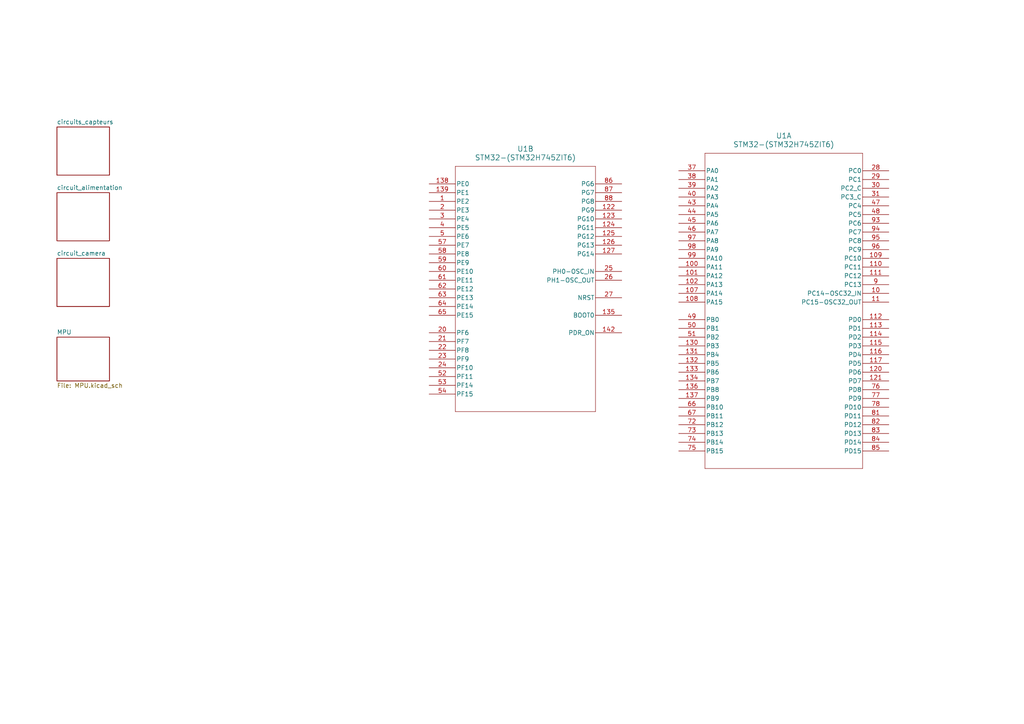
<source format=kicad_sch>
(kicad_sch (version 20230121) (generator eeschema)
  (paper "A4")
  (title_block (title "Payload") (date "2024-01-29") (rev "0") (company "GAUL"))
  (lib_symbols
    (symbol "GAUL-Symboles:STM32-(STM32H745ZIT6)" (pin_names (offset 0.254))
      (property "Reference" "U" (at 30.48 10.16 0))
      (property "Value" "STM32-(STM32H745ZIT6)" (at 30.48 7.62 0))
      (symbol "STM32-(STM32H745ZIT6)_1_1"
        (polyline (pts (xy 7.62 -86.36) (xy 53.34 -86.36)) (stroke (width 0.127)))
        (polyline (pts (xy 7.62 5.08) (xy 7.62 -86.36)) (stroke (width 0.127)))
        (polyline (pts (xy 53.34 -86.36) (xy 53.34 5.08)) (stroke (width 0.127)))
        (polyline (pts (xy 53.34 5.08) (xy 7.62 5.08)) (stroke (width 0.127)))
        (pin bidirectional line (at 60.96 -35.56 180) (length 7.62) (name "PC14-OSC32_IN") (number "10"))
        (pin bidirectional line (at 0 -27.94 0) (length 7.62) (name "PA11") (number "100"))
        (pin bidirectional line (at 0 -30.48 0) (length 7.62) (name "PA12") (number "101"))
        (pin bidirectional line (at 0 -33.02 0) (length 7.62) (name "PA13") (number "102"))
        (pin bidirectional line (at 0 -35.56 0) (length 7.62) (name "PA14") (number "107"))
        (pin bidirectional line (at 0 -38.1 0) (length 7.62) (name "PA15") (number "108"))
        (pin bidirectional line (at 60.96 -25.4 180) (length 7.62) (name "PC10") (number "109"))
        (pin bidirectional line (at 60.96 -38.1 180) (length 7.62) (name "PC15-OSC32_OUT") (number "11"))
        (pin bidirectional line (at 60.96 -27.94 180) (length 7.62) (name "PC11") (number "110"))
        (pin bidirectional line (at 60.96 -30.48 180) (length 7.62) (name "PC12") (number "111"))
        (pin bidirectional line (at 60.96 -43.18 180) (length 7.62) (name "PD0") (number "112"))
        (pin bidirectional line (at 60.96 -45.72 180) (length 7.62) (name "PD1") (number "113"))
        (pin bidirectional line (at 60.96 -48.26 180) (length 7.62) (name "PD2") (number "114"))
        (pin bidirectional line (at 60.96 -50.8 180) (length 7.62) (name "PD3") (number "115"))
        (pin bidirectional line (at 60.96 -53.34 180) (length 7.62) (name "PD4") (number "116"))
        (pin bidirectional line (at 60.96 -55.88 180) (length 7.62) (name "PD5") (number "117"))
        (pin bidirectional line (at 60.96 -58.42 180) (length 7.62) (name "PD6") (number "120"))
        (pin bidirectional line (at 60.96 -60.96 180) (length 7.62) (name "PD7") (number "121"))
        (pin bidirectional line (at 0 -50.8 0) (length 7.62) (name "PB3") (number "130"))
        (pin bidirectional line (at 0 -53.34 0) (length 7.62) (name "PB4") (number "131"))
        (pin bidirectional line (at 0 -55.88 0) (length 7.62) (name "PB5") (number "132"))
        (pin bidirectional line (at 0 -58.42 0) (length 7.62) (name "PB6") (number "133"))
        (pin bidirectional line (at 0 -60.96 0) (length 7.62) (name "PB7") (number "134"))
        (pin bidirectional line (at 0 -63.5 0) (length 7.62) (name "PB8") (number "136"))
        (pin bidirectional line (at 0 -66.04 0) (length 7.62) (name "PB9") (number "137"))
        (pin bidirectional line (at 60.96 0 180) (length 7.62) (name "PC0") (number "28"))
        (pin bidirectional line (at 60.96 -2.54 180) (length 7.62) (name "PC1") (number "29"))
        (pin bidirectional line (at 60.96 -5.08 180) (length 7.62) (name "PC2_C") (number "30"))
        (pin bidirectional line (at 60.96 -7.62 180) (length 7.62) (name "PC3_C") (number "31"))
        (pin bidirectional line (at 0 0 0) (length 7.62) (name "PA0") (number "37"))
        (pin bidirectional line (at 0 -2.54 0) (length 7.62) (name "PA1") (number "38"))
        (pin bidirectional line (at 0 -5.08 0) (length 7.62) (name "PA2") (number "39"))
        (pin bidirectional line (at 0 -7.62 0) (length 7.62) (name "PA3") (number "40"))
        (pin bidirectional line (at 0 -10.16 0) (length 7.62) (name "PA4") (number "43"))
        (pin bidirectional line (at 0 -12.7 0) (length 7.62) (name "PA5") (number "44"))
        (pin bidirectional line (at 0 -15.24 0) (length 7.62) (name "PA6") (number "45"))
        (pin bidirectional line (at 0 -17.78 0) (length 7.62) (name "PA7") (number "46"))
        (pin bidirectional line (at 60.96 -10.16 180) (length 7.62) (name "PC4") (number "47"))
        (pin bidirectional line (at 60.96 -12.7 180) (length 7.62) (name "PC5") (number "48"))
        (pin bidirectional line (at 0 -43.18 0) (length 7.62) (name "PB0") (number "49"))
        (pin bidirectional line (at 0 -45.72 0) (length 7.62) (name "PB1") (number "50"))
        (pin bidirectional line (at 0 -48.26 0) (length 7.62) (name "PB2") (number "51"))
        (pin bidirectional line (at 0 -68.58 0) (length 7.62) (name "PB10") (number "66"))
        (pin bidirectional line (at 0 -71.12 0) (length 7.62) (name "PB11") (number "67"))
        (pin bidirectional line (at 0 -73.66 0) (length 7.62) (name "PB12") (number "72"))
        (pin bidirectional line (at 0 -76.2 0) (length 7.62) (name "PB13") (number "73"))
        (pin bidirectional line (at 0 -78.74 0) (length 7.62) (name "PB14") (number "74"))
        (pin bidirectional line (at 0 -81.28 0) (length 7.62) (name "PB15") (number "75"))
        (pin bidirectional line (at 60.96 -63.5 180) (length 7.62) (name "PD8") (number "76"))
        (pin bidirectional line (at 60.96 -66.04 180) (length 7.62) (name "PD9") (number "77"))
        (pin bidirectional line (at 60.96 -68.58 180) (length 7.62) (name "PD10") (number "78"))
        (pin bidirectional line (at 60.96 -71.12 180) (length 7.62) (name "PD11") (number "81"))
        (pin bidirectional line (at 60.96 -73.66 180) (length 7.62) (name "PD12") (number "82"))
        (pin bidirectional line (at 60.96 -76.2 180) (length 7.62) (name "PD13") (number "83"))
        (pin bidirectional line (at 60.96 -78.74 180) (length 7.62) (name "PD14") (number "84"))
        (pin bidirectional line (at 60.96 -81.28 180) (length 7.62) (name "PD15") (number "85"))
        (pin bidirectional line (at 60.96 -33.02 180) (length 7.62) (name "PC13") (number "9"))
        (pin bidirectional line (at 60.96 -15.24 180) (length 7.62) (name "PC6") (number "93"))
        (pin bidirectional line (at 60.96 -17.78 180) (length 7.62) (name "PC7") (number "94"))
        (pin bidirectional line (at 60.96 -20.32 180) (length 7.62) (name "PC8") (number "95"))
        (pin bidirectional line (at 60.96 -22.86 180) (length 7.62) (name "PC9") (number "96"))
        (pin bidirectional line (at 0 -20.32 0) (length 7.62) (name "PA8") (number "97"))
        (pin bidirectional line (at 0 -22.86 0) (length 7.62) (name "PA9") (number "98"))
        (pin bidirectional line (at 0 -25.4 0) (length 7.62) (name "PA10") (number "99"))
      )
      (symbol "STM32-(STM32H745ZIT6)_2_1"
        (polyline (pts (xy 7.62 -66.04) (xy 48.26 -66.04)) (stroke (width 0.127)))
        (polyline (pts (xy 7.62 5.08) (xy 7.62 -66.04)) (stroke (width 0.127)))
        (polyline (pts (xy 48.26 -66.04) (xy 48.26 5.08)) (stroke (width 0.127)))
        (polyline (pts (xy 48.26 5.08) (xy 7.62 5.08)) (stroke (width 0.127)))
        (pin bidirectional line (at 0 -5.08 0) (length 7.62) (name "PE2") (number "1"))
        (pin bidirectional line (at 55.88 -7.62 180) (length 7.62) (name "PG9") (number "122"))
        (pin bidirectional line (at 55.88 -10.16 180) (length 7.62) (name "PG10") (number "123"))
        (pin bidirectional line (at 55.88 -12.7 180) (length 7.62) (name "PG11") (number "124"))
        (pin bidirectional line (at 55.88 -15.24 180) (length 7.62) (name "PG12") (number "125"))
        (pin bidirectional line (at 55.88 -17.78 180) (length 7.62) (name "PG13") (number "126"))
        (pin bidirectional line (at 55.88 -20.32 180) (length 7.62) (name "PG14") (number "127"))
        (pin input line (at 55.88 -38.1 180) (length 7.62) (name "BOOT0") (number "135"))
        (pin bidirectional line (at 0 0 0) (length 7.62) (name "PE0") (number "138"))
        (pin bidirectional line (at 0 -2.54 0) (length 7.62) (name "PE1") (number "139"))
        (pin bidirectional line (at 55.88 -43.18 180) (length 7.62) (name "PDR_ON") (number "142"))
        (pin bidirectional line (at 0 -7.62 0) (length 7.62) (name "PE3") (number "2"))
        (pin bidirectional line (at 0 -43.18 0) (length 7.62) (name "PF6") (number "20"))
        (pin bidirectional line (at 0 -45.72 0) (length 7.62) (name "PF7") (number "21"))
        (pin bidirectional line (at 0 -48.26 0) (length 7.62) (name "PF8") (number "22"))
        (pin bidirectional line (at 0 -50.8 0) (length 7.62) (name "PF9") (number "23"))
        (pin bidirectional line (at 0 -53.34 0) (length 7.62) (name "PF10") (number "24"))
        (pin bidirectional line (at 55.88 -25.4 180) (length 7.62) (name "PH0-OSC_IN") (number "25"))
        (pin bidirectional line (at 55.88 -27.94 180) (length 7.62) (name "PH1-OSC_OUT") (number "26"))
        (pin bidirectional line (at 55.88 -33.02 180) (length 7.62) (name "NRST") (number "27"))
        (pin bidirectional line (at 0 -10.16 0) (length 7.62) (name "PE4") (number "3"))
        (pin bidirectional line (at 0 -12.7 0) (length 7.62) (name "PE5") (number "4"))
        (pin bidirectional line (at 0 -15.24 0) (length 7.62) (name "PE6") (number "5"))
        (pin bidirectional line (at 0 -55.88 0) (length 7.62) (name "PF11") (number "52"))
        (pin bidirectional line (at 0 -58.42 0) (length 7.62) (name "PF14") (number "53"))
        (pin bidirectional line (at 0 -60.96 0) (length 7.62) (name "PF15") (number "54"))
        (pin bidirectional line (at 0 -17.78 0) (length 7.62) (name "PE7") (number "57"))
        (pin bidirectional line (at 0 -20.32 0) (length 7.62) (name "PE8") (number "58"))
        (pin bidirectional line (at 0 -22.86 0) (length 7.62) (name "PE9") (number "59"))
        (pin bidirectional line (at 0 -25.4 0) (length 7.62) (name "PE10") (number "60"))
        (pin bidirectional line (at 0 -27.94 0) (length 7.62) (name "PE11") (number "61"))
        (pin bidirectional line (at 0 -30.48 0) (length 7.62) (name "PE12") (number "62"))
        (pin bidirectional line (at 0 -33.02 0) (length 7.62) (name "PE13") (number "63"))
        (pin bidirectional line (at 0 -35.56 0) (length 7.62) (name "PE14") (number "64"))
        (pin bidirectional line (at 0 -38.1 0) (length 7.62) (name "PE15") (number "65"))
        (pin bidirectional line (at 55.88 0 180) (length 7.62) (name "PG6") (number "86"))
        (pin bidirectional line (at 55.88 -2.54 180) (length 7.62) (name "PG7") (number "87"))
        (pin bidirectional line (at 55.88 -5.08 180) (length 7.62) (name "PG8") (number "88"))
      )
      (symbol "STM32-(STM32H745ZIT6)_3_1"
        (polyline (pts (xy 7.62 -68.58) (xy 48.26 -68.58)) (stroke (width 0.127)))
        (polyline (pts (xy 7.62 5.08) (xy 7.62 -68.58)) (stroke (width 0.127)))
        (polyline (pts (xy 48.26 -68.58) (xy 48.26 5.08)) (stroke (width 0.127)))
        (polyline (pts (xy 48.26 5.08) (xy 7.62 5.08)) (stroke (width 0.127)))
        (pin power_in line (at 55.88 -60.96 180) (length 7.62) (name "VCAP") (number "103"))
        (pin power_in line (at 55.88 -22.86 180) (length 7.62) (name "VSS") (number "104"))
        (pin power_in line (at 0 -43.18 0) (length 7.62) (name "VDDLDO") (number "105"))
        (pin power_in line (at 0 -22.86 0) (length 7.62) (name "VDD") (number "106"))
        (pin power_in line (at 55.88 -25.4 180) (length 7.62) (name "VSS") (number "118"))
        (pin power_in line (at 0 -25.4 0) (length 7.62) (name "VDD") (number "119"))
        (pin power_in line (at 55.88 -2.54 180) (length 7.62) (name "VSS") (number "12"))
        (pin power_in line (at 55.88 -27.94 180) (length 7.62) (name "VSS") (number "128"))
        (pin power_in line (at 0 -27.94 0) (length 7.62) (name "VDD") (number "129"))
        (pin power_in line (at 0 -2.54 0) (length 7.62) (name "VDD") (number "13"))
        (pin power_in line (at 55.88 -40.64 180) (length 7.62) (name "VSSSMPS") (number "14"))
        (pin power_in line (at 55.88 -63.5 180) (length 7.62) (name "VCAP") (number "140"))
        (pin power_in line (at 55.88 -30.48 180) (length 7.62) (name "VSS") (number "141"))
        (pin power_in line (at 0 -45.72 0) (length 7.62) (name "VDDLDO") (number "143"))
        (pin power_in line (at 0 -30.48 0) (length 7.62) (name "VDD") (number "144"))
        (pin power_in line (at 55.88 -48.26 180) (length 7.62) (name "VLXSMPS") (number "15"))
        (pin power_in line (at 0 -50.8 0) (length 7.62) (name "VDDSMPS") (number "16"))
        (pin power_in line (at 55.88 -45.72 180) (length 7.62) (name "VFBSMPS") (number "17"))
        (pin power_in line (at 55.88 -5.08 180) (length 7.62) (name "VSS") (number "18"))
        (pin power_in line (at 0 -5.08 0) (length 7.62) (name "VDD") (number "19"))
        (pin power_in line (at 0 -7.62 0) (length 7.62) (name "VDD") (number "32"))
        (pin power_in line (at 55.88 -7.62 180) (length 7.62) (name "VSS") (number "33"))
        (pin power_in line (at 55.88 -35.56 180) (length 7.62) (name "VSSA") (number "34"))
        (pin power_in line (at 0 -63.5 0) (length 7.62) (name "VREF+") (number "35"))
        (pin power_in line (at 0 -35.56 0) (length 7.62) (name "VDDA") (number "36"))
        (pin power_in line (at 55.88 -10.16 180) (length 7.62) (name "VSS") (number "41"))
        (pin power_in line (at 0 -10.16 0) (length 7.62) (name "VDD") (number "42"))
        (pin power_in line (at 55.88 -12.7 180) (length 7.62) (name "VSS") (number "55"))
        (pin power_in line (at 0 -12.7 0) (length 7.62) (name "VDD") (number "56"))
        (pin power_in line (at 55.88 0 180) (length 7.62) (name "VSS") (number "6"))
        (pin power_in line (at 55.88 -58.42 180) (length 7.62) (name "VCAP") (number "68"))
        (pin power_in line (at 55.88 -15.24 180) (length 7.62) (name "VSS") (number "69"))
        (pin power_in line (at 0 0 0) (length 7.62) (name "VDD") (number "7"))
        (pin power_in line (at 0 -40.64 0) (length 7.62) (name "VDDLDO") (number "70"))
        (pin power_in line (at 0 -15.24 0) (length 7.62) (name "VDD") (number "71"))
        (pin power_in line (at 0 -17.78 0) (length 7.62) (name "VDD") (number "79"))
        (pin power_in line (at 55.88 -53.34 180) (length 7.62) (name "VBAT") (number "8"))
        (pin power_in line (at 55.88 -17.78 180) (length 7.62) (name "VSS") (number "80"))
        (pin power_in line (at 55.88 -20.32 180) (length 7.62) (name "VSS") (number "89"))
        (pin power_in line (at 0 -58.42 0) (length 7.62) (name "VDD50USB") (number "90"))
        (pin power_in line (at 0 -55.88 0) (length 7.62) (name "VDD33USB") (number "91"))
        (pin power_in line (at 0 -20.32 0) (length 7.62) (name "VDD") (number "92"))
      )
    )
  )
  (symbol (lib_id "GAUL-Symboles:STM32-(STM32H745ZIT6)") (at 124.46 53.34 0) (unit 2)
    (property "Reference" "U1" (at 152.4 43.18 0) (effects (font (size 1.524 1.524))))
    (property "Value" "STM32-(STM32H745ZIT6)" (at 152.4 45.72 0) (effects (font (size 1.524 1.524))))
    (property "Footprint" "LQFP-144" (effects hide))
    (property "Datasheet" "STM32H745ZIT6" (effects hide))
  )
  (symbol (lib_id "GAUL-Symboles:STM32-(STM32H745ZIT6)") (at 196.85 49.53 0) (unit 1)
    (property "Reference" "U1" (at 227.33 39.37 0) (effects (font (size 1.524 1.524))))
    (property "Value" "STM32-(STM32H745ZIT6)" (at 227.33 41.91 0) (effects (font (size 1.524 1.524))))
    (property "Footprint" "LQFP-144" (effects hide))
    (property "Datasheet" "STM32H745ZIT6" (effects hide))
  )
  (sheet (at 16.51 36.83) (size 15.24 13.97) (stroke (width 0.1524))
    (property "Sheetname" "circuits_capteurs" (at 16.51 36.1184 0) (effects (justify left bottom)))
    (property "Sheetfile" "circuits_capteurs.kicad_sch" (effects hide))
  )
  (sheet (at 16.51 55.88) (size 15.24 13.97) (stroke (width 0.1524))
    (property "Sheetname" "circuit_alimentation" (at 16.51 55.1684 0) (effects (justify left bottom)))
    (property "Sheetfile" "circuit_alimentation.kicad_sch" (effects hide))
  )
  (sheet (at 16.51 74.93) (size 15.24 13.97) (stroke (width 0.1524))
    (property "Sheetname" "circuit_camera" (at 16.51 74.2184 0) (effects (justify left bottom)))
    (property "Sheetfile" "circuit_camera.kicad_sch" (effects hide))
  )
  (sheet (at 16.51 97.79) (size 15.24 12.7) (stroke (width 0.1524))
    (property "Sheetname" "MPU" (at 16.51 97.0784 0) (effects (justify left bottom)))
    (property "Sheetfile" "MPU.kicad_sch" (at 16.51 111.0746 0) (effects (justify left top)))
  )
)
</source>
